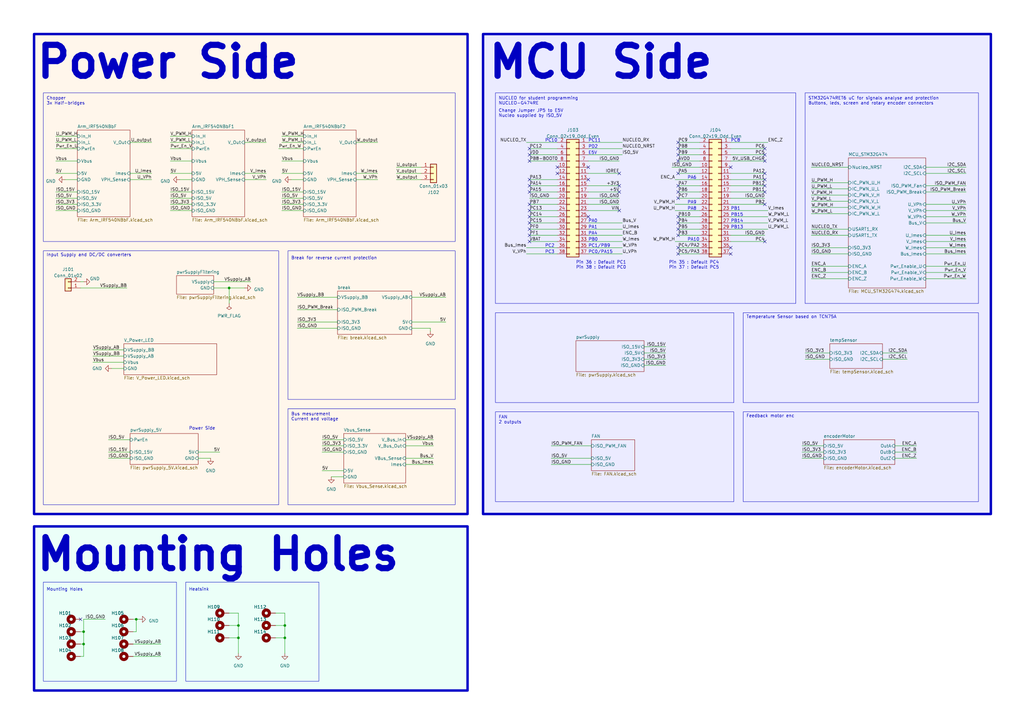
<source format=kicad_sch>
(kicad_sch (version 20250114) (generator "eeschema") (generator_version "9.0")
  (paper "A3")
  (title_block (title "AAP Inverter") (date "2023-10-08") (company "ENSEA"))
  (lib_symbols
    (symbol "Connector_Generic:Conn_01x02" (pin_names (offset 1.016) (hide yes))
      (property "Reference" "J" (at 0 2.54 0))
      (property "Value" "Conn_01x02" (at 0 -5.08 0))
      (symbol "Conn_01x02_1_1"
        (rectangle (start -1.27 1.27) (end 1.27 -3.81) (stroke (width 0.254)) (fill (type background)))
        (rectangle (start -1.27 0.127) (end 0 -0.127) (stroke (width 0.1524)))
        (rectangle (start -1.27 -2.413) (end 0 -2.667) (stroke (width 0.1524)))
        (pin passive line (at -5.08 0 0) (length 3.81) (name "Pin_1") (number "1"))
        (pin passive line (at -5.08 -2.54 0) (length 3.81) (name "Pin_2") (number "2"))
      )
    )
    (symbol "Connector_Generic:Conn_01x03" (pin_names (offset 1.016) (hide yes))
      (property "Reference" "J" (at 0 5.08 0))
      (property "Value" "Conn_01x03" (at 0 -5.08 0))
      (symbol "Conn_01x03_1_1"
        (rectangle (start -1.27 3.81) (end 1.27 -3.81) (stroke (width 0.254)) (fill (type background)))
        (rectangle (start -1.27 2.667) (end 0 2.413) (stroke (width 0.1524)))
        (rectangle (start -1.27 0.127) (end 0 -0.127) (stroke (width 0.1524)))
        (rectangle (start -1.27 -2.413) (end 0 -2.667) (stroke (width 0.1524)))
        (pin passive line (at -5.08 2.54 0) (length 3.81) (name "Pin_1") (number "1"))
        (pin passive line (at -5.08 0 0) (length 3.81) (name "Pin_2") (number "2"))
        (pin passive line (at -5.08 -2.54 0) (length 3.81) (name "Pin_3") (number "3"))
      )
    )
    (symbol "Connector_Generic:Conn_02x19_Odd_Even" (pin_names (offset 1.016) (hide yes))
      (property "Reference" "J" (at 1.27 25.4 0))
      (property "Value" "Conn_02x19_Odd_Even" (at 1.27 -25.4 0))
      (symbol "Conn_02x19_Odd_Even_1_1"
        (rectangle (start -1.27 24.13) (end 3.81 -24.13) (stroke (width 0.254)) (fill (type background)))
        (rectangle (start -1.27 22.987) (end 0 22.733) (stroke (width 0.1524)))
        (rectangle (start -1.27 20.447) (end 0 20.193) (stroke (width 0.1524)))
        (rectangle (start -1.27 17.907) (end 0 17.653) (stroke (width 0.1524)))
        (rectangle (start -1.27 15.367) (end 0 15.113) (stroke (width 0.1524)))
        (rectangle (start -1.27 12.827) (end 0 12.573) (stroke (width 0.1524)))
        (rectangle (start -1.27 10.287) (end 0 10.033) (stroke (width 0.1524)))
        (rectangle (start -1.27 7.747) (end 0 7.493) (stroke (width 0.1524)))
        (rectangle (start -1.27 5.207) (end 0 4.953) (stroke (width 0.1524)))
        (rectangle (start -1.27 2.667) (end 0 2.413) (stroke (width 0.1524)))
        (rectangle (start -1.27 0.127) (end 0 -0.127) (stroke (width 0.1524)))
        (rectangle (start -1.27 -2.413) (end 0 -2.667) (stroke (width 0.1524)))
        (rectangle (start -1.27 -4.953) (end 0 -5.207) (stroke (width 0.1524)))
        (rectangle (start -1.27 -7.493) (end 0 -7.747) (stroke (width 0.1524)))
        (rectangle (start -1.27 -10.033) (end 0 -10.287) (stroke (width 0.1524)))
        (rectangle (start -1.27 -12.573) (end 0 -12.827) (stroke (width 0.1524)))
        (rectangle (start -1.27 -15.113) (end 0 -15.367) (stroke (width 0.1524)))
        (rectangle (start -1.27 -17.653) (end 0 -17.907) (stroke (width 0.1524)))
        (rectangle (start -1.27 -20.193) (end 0 -20.447) (stroke (width 0.1524)))
        (rectangle (start -1.27 -22.733) (end 0 -22.987) (stroke (width 0.1524)))
        (rectangle (start 3.81 22.987) (end 2.54 22.733) (stroke (width 0.1524)))
        (rectangle (start 3.81 20.447) (end 2.54 20.193) (stroke (width 0.1524)))
        (rectangle (start 3.81 17.907) (end 2.54 17.653) (stroke (width 0.1524)))
        (rectangle (start 3.81 15.367) (end 2.54 15.113) (stroke (width 0.1524)))
        (rectangle (start 3.81 12.827) (end 2.54 12.573) (stroke (width 0.1524)))
        (rectangle (start 3.81 10.287) (end 2.54 10.033) (stroke (width 0.1524)))
        (rectangle (start 3.81 7.747) (end 2.54 7.493) (stroke (width 0.1524)))
        (rectangle (start 3.81 5.207) (end 2.54 4.953) (stroke (width 0.1524)))
        (rectangle (start 3.81 2.667) (end 2.54 2.413) (stroke (width 0.1524)))
        (rectangle (start 3.81 0.127) (end 2.54 -0.127) (stroke (width 0.1524)))
        (rectangle (start 3.81 -2.413) (end 2.54 -2.667) (stroke (width 0.1524)))
        (rectangle (start 3.81 -4.953) (end 2.54 -5.207) (stroke (width 0.1524)))
        (rectangle (start 3.81 -7.493) (end 2.54 -7.747) (stroke (width 0.1524)))
        (rectangle (start 3.81 -10.033) (end 2.54 -10.287) (stroke (width 0.1524)))
        (rectangle (start 3.81 -12.573) (end 2.54 -12.827) (stroke (width 0.1524)))
        (rectangle (start 3.81 -15.113) (end 2.54 -15.367) (stroke (width 0.1524)))
        (rectangle (start 3.81 -17.653) (end 2.54 -17.907) (stroke (width 0.1524)))
        (rectangle (start 3.81 -20.193) (end 2.54 -20.447) (stroke (width 0.1524)))
        (rectangle (start 3.81 -22.733) (end 2.54 -22.987) (stroke (width 0.1524)))
        (pin passive line (at -5.08 22.86 0) (length 3.81) (name "Pin_1") (number "1"))
        (pin passive line (at -5.08 20.32 0) (length 3.81) (name "Pin_3") (number "3"))
        (pin passive line (at -5.08 17.78 0) (length 3.81) (name "Pin_5") (number "5"))
        (pin passive line (at -5.08 15.24 0) (length 3.81) (name "Pin_7") (number "7"))
        (pin passive line (at -5.08 12.7 0) (length 3.81) (name "Pin_9") (number "9"))
        (pin passive line (at -5.08 10.16 0) (length 3.81) (name "Pin_11") (number "11"))
        (pin passive line (at -5.08 7.62 0) (length 3.81) (name "Pin_13") (number "13"))
        (pin passive line (at -5.08 5.08 0) (length 3.81) (name "Pin_15") (number "15"))
        (pin passive line (at -5.08 2.54 0) (length 3.81) (name "Pin_17") (number "17"))
        (pin passive line (at -5.08 0 0) (length 3.81) (name "Pin_19") (number "19"))
        (pin passive line (at -5.08 -2.54 0) (length 3.81) (name "Pin_21") (number "21"))
        (pin passive line (at -5.08 -5.08 0) (length 3.81) (name "Pin_23") (number "23"))
        (pin passive line (at -5.08 -7.62 0) (length 3.81) (name "Pin_25") (number "25"))
        (pin passive line (at -5.08 -10.16 0) (length 3.81) (name "Pin_27") (number "27"))
        (pin passive line (at -5.08 -12.7 0) (length 3.81) (name "Pin_29") (number "29"))
        (pin passive line (at -5.08 -15.24 0) (length 3.81) (name "Pin_31") (number "31"))
        (pin passive line (at -5.08 -17.78 0) (length 3.81) (name "Pin_33") (number "33"))
        (pin passive line (at -5.08 -20.32 0) (length 3.81) (name "Pin_35") (number "35"))
        (pin passive line (at -5.08 -22.86 0) (length 3.81) (name "Pin_37") (number "37"))
        (pin passive line (at 7.62 22.86 180) (length 3.81) (name "Pin_2") (number "2"))
        (pin passive line (at 7.62 20.32 180) (length 3.81) (name "Pin_4") (number "4"))
        (pin passive line (at 7.62 17.78 180) (length 3.81) (name "Pin_6") (number "6"))
        (pin passive line (at 7.62 15.24 180) (length 3.81) (name "Pin_8") (number "8"))
        (pin passive line (at 7.62 12.7 180) (length 3.81) (name "Pin_10") (number "10"))
        (pin passive line (at 7.62 10.16 180) (length 3.81) (name "Pin_12") (number "12"))
        (pin passive line (at 7.62 7.62 180) (length 3.81) (name "Pin_14") (number "14"))
        (pin passive line (at 7.62 5.08 180) (length 3.81) (name "Pin_16") (number "16"))
        (pin passive line (at 7.62 2.54 180) (length 3.81) (name "Pin_18") (number "18"))
        (pin passive line (at 7.62 0 180) (length 3.81) (name "Pin_20") (number "20"))
        (pin passive line (at 7.62 -2.54 180) (length 3.81) (name "Pin_22") (number "22"))
        (pin passive line (at 7.62 -5.08 180) (length 3.81) (name "Pin_24") (number "24"))
        (pin passive line (at 7.62 -7.62 180) (length 3.81) (name "Pin_26") (number "26"))
        (pin passive line (at 7.62 -10.16 180) (length 3.81) (name "Pin_28") (number "28"))
        (pin passive line (at 7.62 -12.7 180) (length 3.81) (name "Pin_30") (number "30"))
        (pin passive line (at 7.62 -15.24 180) (length 3.81) (name "Pin_32") (number "32"))
        (pin passive line (at 7.62 -17.78 180) (length 3.81) (name "Pin_34") (number "34"))
        (pin passive line (at 7.62 -20.32 180) (length 3.81) (name "Pin_36") (number "36"))
        (pin passive line (at 7.62 -22.86 180) (length 3.81) (name "Pin_38") (number "38"))
      )
    )
    (symbol "Mechanical:MountingHole_Pad" (pin_numbers (hide yes)) (pin_names (offset 1.016) (hide yes))
      (property "Reference" "H" (at 0 6.35 0))
      (property "Value" "MountingHole_Pad" (at 0 4.445 0))
      (symbol "MountingHole_Pad_0_1"
        (circle (center 0 1.27) (radius 1.27) (stroke (width 1.27)))
      )
      (symbol "MountingHole_Pad_1_1"
        (pin input line (at 0 -2.54 90) (length 2.54) (name "1") (number "1"))
      )
    )
    (symbol "power:GND" (power) (pin_names (offset 0))
      (property "Value" "GND" (at 0 -3.81 0))
      (symbol "GND_0_1"
        (polyline (pts (xy 0 0) (xy 0 -1.27) (xy 1.27 -1.27) (xy 0 -2.54) (xy -1.27 -1.27) (xy 0 -1.27)))
      )
      (symbol "GND_1_1"
        (pin power_in line (at 0 0 270) (length 0) (hide yes) (name "GND") (number "1"))
      )
    )
    (symbol "power:PWR_FLAG" (power) (pin_numbers (hide yes)) (pin_names (offset 0) (hide yes))
      (property "Value" "PWR_FLAG" (at 0 3.81 0))
      (symbol "PWR_FLAG_0_0"
        (pin power_out line (at 0 0 90) (length 0) (name "pwr") (number "1"))
      )
      (symbol "PWR_FLAG_0_1"
        (polyline (pts (xy 0 0) (xy 0 1.27) (xy -1.016 1.905) (xy 0 2.54) (xy 1.016 1.905) (xy 0 1.27)))
      )
    )
  )
  (rectangle (start 13.97 215.9) (end 191.77 283.21) (stroke (width 1)) (fill (type color) (color 235 255 248 1)))
  (rectangle (start 198.12 13.97) (end 406.4 210.82) (stroke (width 1)) (fill (type color) (color 235 235 255 1)))
  (rectangle (start 17.78 38.1) (end 186.69 99.06))
  (rectangle (start 17.78 102.87) (end 114.3 207.01))
  (rectangle (start 118.11 167.64) (end 186.69 207.01))
  (rectangle (start 330.2 38.1) (end 401.32 124.46))
  (rectangle (start 17.78 238.76) (end 72.39 279.4))
  (rectangle (start 203.2 128.27) (end 300.99 165.1))
  (rectangle (start 203.2 168.91) (end 300.99 205.74))
  (rectangle (start 76.2 238.76) (end 130.81 279.4))
  (rectangle (start 13.97 13.97) (end 191.77 210.82) (stroke (width 1)) (fill (type color) (color 255 246 235 1)))
  (rectangle (start 203.2 38.1) (end 326.39 124.46))
  (rectangle (start 304.8 168.91) (end 401.32 205.74))
  (rectangle (start 304.8 128.27) (end 401.32 165.1))
  (rectangle (start 118.11 102.87) (end 186.69 163.83))
  (text "PB14" (at 299.72 91.44 0) (effects (font (size 1.27 1.27)) (justify left bottom)))
  (text "PC10" (at 223.52 58.42 0) (effects (font (size 1.27 1.27)) (justify left bottom)))
  (text "Input Supply and DC/DC converters" (at 19.05 105.41 0) (effects (font (size 1.27 1.27)) (justify left bottom)))
  (text "Temperature Sensor based on TCN75A" (at 306.07 130.81 0) (effects (font (size 1.27 1.27)) (justify left bottom)))
  (text "PC3" (at 223.52 104.14 0) (effects (font (size 1.27 1.27)) (justify left bottom)))
  (text "PA8" (at 281.94 86.36 0) (effects (font (size 1.27 1.27)) (justify left bottom)))
  (text "Mounting Holes" (at 19.05 242.57 0) (effects (font (size 1.27 1.27)) (justify left bottom)))
  (text "PA4" (at 241.3 96.52 0) (effects (font (size 1.27 1.27)) (justify left bottom)))
  (text "NUCLEO for student programming\nNUCLEO-G474RE" (at 204.47 43.18 0) (effects (font (size 1.27 1.27)) (justify left bottom)))
  (text "Pin 35 : Default PC4\nPin 37 : Default PC5" (at 274.32 110.49 0) (effects (font (size 1.27 1.27)) (justify left bottom)))
  (text "PA10" (at 281.94 99.06 0) (effects (font (size 1.27 1.27)) (justify left bottom)))
  (text "STM32G474RET6 uC for signals analyse and protection\nButtons, leds, screen and rotary encoder connectors" (at 331.47 43.18 0) (effects (font (size 1.27 1.27)) (justify left bottom)))
  (text "Heatsink" (at 77.47 242.57 0) (effects (font (size 1.27 1.27)) (justify left bottom)))
  (text "Break for reverse current protection" (at 119.38 106.68 0) (effects (font (size 1.27 1.27)) (justify left bottom)))
  (text "PB13\n" (at 299.72 93.98 0) (effects (font (size 1.27 1.27)) (justify left bottom)))
  (text "Chopper \n3x Half-bridges" (at 19.05 43.18 0) (effects (font (size 1.27 1.27)) (justify left bottom)))
  (text "PA0" (at 241.3 91.44 0) (effects (font (size 1.27 1.27)) (justify left bottom)))
  (text "PC0/PA15" (at 241.3 104.14 0) (effects (font (size 1.27 1.27)) (justify left bottom)))
  (text "PD2" (at 241.3 60.96 0) (effects (font (size 1.27 1.27)) (justify left bottom)))
  (text "E5V" (at 241.3 63.5 0) (effects (font (size 1.27 1.27)) (justify left bottom)))
  (text "PB0" (at 241.3 99.06 0) (effects (font (size 1.27 1.27)) (justify left bottom)))
  (text "PA9" (at 281.94 83.82 0) (effects (font (size 1.27 1.27)) (justify left bottom)))
  (text "Power Side\n" (at 77.47 176.53 0) (effects (font (size 1.27 1.27)) (justify left bottom)))
  (text "Feedback motor enc" (at 306.07 171.45 0) (effects (font (size 1.27 1.27)) (justify left bottom)))
  (text "PA6" (at 281.94 73.66 0) (effects (font (size 1.27 1.27)) (justify left bottom)))
  (text "MCU Side" (at 199.39 33.02 0) (effects (font (size 12.7 12.7) (thickness 2.54) (bold yes)) (justify left bottom)))
  (text "PC11" (at 241.3 58.42 0) (effects (font (size 1.27 1.27)) (justify left bottom)))
  (text "FAN \n2 outputs" (at 204.47 173.99 0) (effects (font (size 1.27 1.27)) (justify left bottom)))
  (text "Mounting Holes" (at 13.97 234.95 0) (effects (font (size 12.7 12.7) (thickness 2.54) (bold yes)) (justify left bottom)))
  (text "PA1" (at 241.3 93.98 0) (effects (font (size 1.27 1.27)) (justify left bottom)))
  (text "Pin 36 : Default PC1\nPin 38 : Default PC0" (at 236.22 110.49 0) (effects (font (size 1.27 1.27)) (justify left bottom)))
  (text "PC1/PB9" (at 241.3 101.6 0) (effects (font (size 1.27 1.27)) (justify left bottom)))
  (text "PC8" (at 299.72 58.42 0) (effects (font (size 1.27 1.27)) (justify left bottom)))
  (text "Power Side" (at 13.97 33.02 0) (effects (font (size 12.7 12.7) (thickness 2.54) (bold yes)) (justify left bottom)))
  (text "PB1" (at 299.72 86.36 0) (effects (font (size 1.27 1.27)) (justify left bottom)))
  (text "PC2" (at 223.52 101.6 0) (effects (font (size 1.27 1.27)) (justify left bottom)))
  (text "Bus mesurement\nCurrent and voltage" (at 119.38 172.72 0) (effects (font (size 1.27 1.27)) (justify left bottom)))
  (text "PB15" (at 299.72 88.9 0) (effects (font (size 1.27 1.27)) (justify left bottom)))
  (text "Change Jumper JP5 to E5V\nNucleo supplied by ISO_5V" (at 204.47 48.26 0) (effects (font (size 1.27 1.27)) (justify left bottom)))
  (junction (at 116.84 256.54))
  (junction (at 55.88 254))
  (junction (at 116.84 261.62))
  (junction (at 97.79 261.62))
  (junction (at 34.29 264.16))
  (junction (at 97.79 256.54))
  (junction (at 34.29 259.08))
  (junction (at 93.98 118.11))
  (no_connect (at 217.17 66.04))
  (no_connect (at 241.3 88.9))
  (no_connect (at 313.69 60.96))
  (no_connect (at 313.69 76.2))
  (no_connect (at 278.13 96.52))
  (no_connect (at 33.02 254))
  (no_connect (at 278.13 58.42))
  (no_connect (at 278.13 93.98))
  (no_connect (at 299.72 104.14))
  (no_connect (at 278.13 91.44))
  (no_connect (at 313.69 71.12))
  (no_connect (at 254 86.36))
  (no_connect (at 228.6 68.58))
  (no_connect (at 254 71.12))
  (no_connect (at 313.69 63.5))
  (no_connect (at 313.69 83.82))
  (no_connect (at 278.13 66.04))
  (no_connect (at 241.3 73.66))
  (no_connect (at 228.6 71.12))
  (no_connect (at 217.17 86.36))
  (no_connect (at 313.69 78.74))
  (no_connect (at 254 76.2))
  (no_connect (at 313.69 73.66))
  (no_connect (at 278.13 101.6))
  (no_connect (at 278.13 76.2))
  (no_connect (at 217.17 93.98))
  (no_connect (at 217.17 60.96))
  (no_connect (at 217.17 63.5))
  (no_connect (at 299.72 68.58))
  (no_connect (at 278.13 60.96))
  (no_connect (at 278.13 63.5))
  (no_connect (at 217.17 96.52))
  (no_connect (at 217.17 99.06))
  (no_connect (at 217.17 88.9))
  (no_connect (at 217.17 91.44))
  (no_connect (at 278.13 78.74))
  (no_connect (at 278.13 88.9))
  (no_connect (at 313.69 66.04))
  (no_connect (at 278.13 71.12))
  (no_connect (at 241.3 68.58))
  (no_connect (at 299.72 101.6))
  (no_connect (at 217.17 78.74))
  (no_connect (at 254 78.74))
  (no_connect (at 217.17 76.2))
  (no_connect (at 278.13 104.14))
  (no_connect (at 313.69 99.06))
  (no_connect (at 217.17 83.82))
  (no_connect (at 278.13 81.28))
  (no_connect (at 217.17 73.66))
  (wire (pts (xy 299.72 66.04) (xy 313.69 66.04)))
  (wire (pts (xy 330.2 147.32) (xy 340.36 147.32)))
  (wire (pts (xy 278.13 96.52) (xy 287.02 96.52)))
  (wire (pts (xy 299.72 81.28) (xy 313.69 81.28)))
  (wire (pts (xy 299.72 86.36) (xy 314.96 86.36)))
  (wire (pts (xy 361.95 144.78) (xy 372.11 144.78)))
  (wire (pts (xy 69.85 86.36) (xy 78.74 86.36)))
  (wire (pts (xy 215.9 58.42) (xy 228.6 58.42)))
  (wire (pts (xy 299.72 83.82) (xy 313.69 83.82)))
  (wire (pts (xy 241.3 83.82) (xy 254 83.82)))
  (wire (pts (xy 226.06 187.96) (xy 242.57 187.96)))
  (wire (pts (xy 33.02 118.11) (xy 52.07 118.11)))
  (wire (pts (xy 379.73 78.74) (xy 396.24 78.74)))
  (wire (pts (xy 276.86 86.36) (xy 287.02 86.36)))
  (wire (pts (xy 69.85 81.28) (xy 78.74 81.28)))
  (wire (pts (xy 379.73 76.2) (xy 396.24 76.2)))
  (wire (pts (xy 116.84 251.46) (xy 113.03 251.46)))
  (wire (pts (xy 217.17 99.06) (xy 228.6 99.06)))
  (wire (pts (xy 93.98 256.54) (xy 97.79 256.54)))
  (wire (pts (xy 38.1 146.05) (xy 50.8 146.05)))
  (wire (pts (xy 226.06 190.5) (xy 242.57 190.5)))
  (wire (pts (xy 299.72 63.5) (xy 313.69 63.5)))
  (wire (pts (xy 22.86 86.36) (xy 31.75 86.36)))
  (wire (pts (xy 217.17 86.36) (xy 228.6 86.36)))
  (wire (pts (xy 69.85 55.88) (xy 78.74 55.88)))
  (wire (pts (xy 299.72 93.98) (xy 314.96 93.98)))
  (wire (pts (xy 45.72 151.13) (xy 50.8 151.13)))
  (wire (pts (xy 33.02 264.16) (xy 34.29 264.16)))
  (wire (pts (xy 241.3 99.06) (xy 255.27 99.06)))
  (wire (pts (xy 332.74 93.98) (xy 347.98 93.98)))
  (wire (pts (xy 66.04 264.16) (xy 54.61 264.16)))
  (wire (pts (xy 379.73 111.76) (xy 396.24 111.76)))
  (wire (pts (xy 330.2 144.78) (xy 340.36 144.78)))
  (wire (pts (xy 115.57 83.82) (xy 124.46 83.82)))
  (wire (pts (xy 332.74 114.3) (xy 347.98 114.3)))
  (wire (pts (xy 33.02 259.08) (xy 34.29 259.08)))
  (wire (pts (xy 241.3 78.74) (xy 254 78.74)))
  (wire (pts (xy 264.16 149.86) (xy 273.05 149.86)))
  (wire (pts (xy 140.97 185.42) (xy 132.08 185.42)))
  (wire (pts (xy 264.16 147.32) (xy 273.05 147.32)))
  (wire (pts (xy 22.86 81.28) (xy 31.75 81.28)))
  (wire (pts (xy 278.13 81.28) (xy 287.02 81.28)))
  (wire (pts (xy 140.97 180.34) (xy 132.08 180.34)))
  (wire (pts (xy 87.63 115.57) (xy 102.87 115.57)))
  (wire (pts (xy 140.97 195.58) (xy 135.89 195.58)))
  (wire (pts (xy 113.03 256.54) (xy 116.84 256.54)))
  (wire (pts (xy 217.17 60.96) (xy 228.6 60.96)))
  (wire (pts (xy 328.93 182.88) (xy 337.82 182.88)))
  (wire (pts (xy 217.17 88.9) (xy 228.6 88.9)))
  (wire (pts (xy 328.93 185.42) (xy 337.82 185.42)))
  (wire (pts (xy 278.13 101.6) (xy 287.02 101.6)))
  (wire (pts (xy 278.13 78.74) (xy 287.02 78.74)))
  (wire (pts (xy 55.88 254) (xy 57.15 254)))
  (wire (pts (xy 69.85 71.12) (xy 78.74 71.12)))
  (wire (pts (xy 162.56 71.12) (xy 172.72 71.12)))
  (wire (pts (xy 182.88 121.92) (xy 168.91 121.92)))
  (wire (pts (xy 132.08 182.88) (xy 140.97 182.88)))
  (wire (pts (xy 22.86 66.04) (xy 31.75 66.04)))
  (wire (pts (xy 332.74 74.93) (xy 347.98 74.93)))
  (wire (pts (xy 100.33 58.42) (xy 109.22 58.42)))
  (wire (pts (xy 69.85 83.82) (xy 78.74 83.82)))
  (wire (pts (xy 367.03 187.96) (xy 375.92 187.96)))
  (wire (pts (xy 278.13 93.98) (xy 287.02 93.98)))
  (wire (pts (xy 115.57 81.28) (xy 124.46 81.28)))
  (wire (pts (xy 278.13 63.5) (xy 287.02 63.5)))
  (wire (pts (xy 241.3 76.2) (xy 254 76.2)))
  (wire (pts (xy 140.97 193.04) (xy 132.08 193.04)))
  (wire (pts (xy 332.74 109.22) (xy 347.98 109.22)))
  (wire (pts (xy 278.13 88.9) (xy 287.02 88.9)))
  (wire (pts (xy 379.73 91.44) (xy 396.24 91.44)))
  (wire (pts (xy 299.72 78.74) (xy 313.69 78.74)))
  (wire (pts (xy 53.34 58.42) (xy 62.23 58.42)))
  (wire (pts (xy 241.3 60.96) (xy 255.27 60.96)))
  (wire (pts (xy 121.92 132.08) (xy 138.43 132.08)))
  (wire (pts (xy 367.03 182.88) (xy 375.92 182.88)))
  (wire (pts (xy 278.13 104.14) (xy 287.02 104.14)))
  (wire (pts (xy 299.72 71.12) (xy 313.69 71.12)))
  (wire (pts (xy 166.37 182.88) (xy 177.8 182.88)))
  (wire (pts (xy 100.33 71.12) (xy 109.22 71.12)))
  (wire (pts (xy 217.17 76.2) (xy 228.6 76.2)))
  (wire (pts (xy 115.57 66.04) (xy 124.46 66.04)))
  (wire (pts (xy 38.1 148.59) (xy 50.8 148.59)))
  (wire (pts (xy 332.74 87.63) (xy 347.98 87.63)))
  (wire (pts (xy 275.59 68.58) (xy 287.02 68.58)))
  (wire (pts (xy 44.45 187.96) (xy 53.34 187.96)))
  (wire (pts (xy 299.72 96.52) (xy 313.69 96.52)))
  (wire (pts (xy 115.57 55.88) (xy 124.46 55.88)))
  (wire (pts (xy 241.3 66.04) (xy 254 66.04)))
  (wire (pts (xy 115.57 58.42) (xy 124.46 58.42)))
  (wire (pts (xy 299.72 76.2) (xy 313.69 76.2)))
  (wire (pts (xy 166.37 190.5) (xy 177.8 190.5)))
  (wire (pts (xy 332.74 85.09) (xy 347.98 85.09)))
  (wire (pts (xy 328.93 187.96) (xy 337.82 187.96)))
  (wire (pts (xy 217.17 91.44) (xy 228.6 91.44)))
  (wire (pts (xy 166.37 180.34) (xy 177.8 180.34)))
  (wire (pts (xy 114.3 60.96) (xy 124.46 60.96)))
  (wire (pts (xy 278.13 71.12) (xy 287.02 71.12)))
  (wire (pts (xy 22.86 55.88) (xy 31.75 55.88)))
  (wire (pts (xy 146.05 58.42) (xy 154.94 58.42)))
  (wire (pts (xy 379.73 99.06) (xy 396.24 99.06)))
  (wire (pts (xy 22.86 71.12) (xy 31.75 71.12)))
  (wire (pts (xy 26.67 73.66) (xy 31.75 73.66)))
  (wire (pts (xy 66.04 269.24) (xy 54.61 269.24)))
  (wire (pts (xy 241.3 96.52) (xy 255.27 96.52)))
  (wire (pts (xy 34.29 254) (xy 43.18 254)))
  (wire (pts (xy 116.84 261.62) (xy 116.84 256.54)))
  (wire (pts (xy 115.57 78.74) (xy 124.46 78.74)))
  (wire (pts (xy 22.86 58.42) (xy 31.75 58.42)))
  (wire (pts (xy 278.13 66.04) (xy 287.02 66.04)))
  (wire (pts (xy 176.53 134.62) (xy 176.53 135.89)))
  (wire (pts (xy 217.17 63.5) (xy 228.6 63.5)))
  (wire (pts (xy 93.98 118.11) (xy 100.33 118.11)))
  (wire (pts (xy 162.56 73.66) (xy 172.72 73.66)))
  (wire (pts (xy 276.86 73.66) (xy 287.02 73.66)))
  (wire (pts (xy 379.73 68.58) (xy 396.24 68.58)))
  (wire (pts (xy 53.34 71.12) (xy 62.23 71.12)))
  (wire (pts (xy 367.03 185.42) (xy 375.92 185.42)))
  (wire (pts (xy 100.33 73.66) (xy 109.22 73.66)))
  (wire (pts (xy 278.13 60.96) (xy 287.02 60.96)))
  (wire (pts (xy 69.85 66.04) (xy 78.74 66.04)))
  (wire (pts (xy 168.91 134.62) (xy 176.53 134.62)))
  (wire (pts (xy 299.72 60.96) (xy 313.69 60.96)))
  (wire (pts (xy 115.57 86.36) (xy 124.46 86.36)))
  (wire (pts (xy 69.85 60.96) (xy 78.74 60.96)))
  (wire (pts (xy 379.73 114.3) (xy 396.24 114.3)))
  (wire (pts (xy 115.57 71.12) (xy 124.46 71.12)))
  (wire (pts (xy 379.73 96.52) (xy 396.24 96.52)))
  (wire (pts (xy 264.16 144.78) (xy 273.05 144.78)))
  (wire (pts (xy 168.91 132.08) (xy 182.88 132.08)))
  (wire (pts (xy 241.3 93.98) (xy 255.27 93.98)))
  (wire (pts (xy 264.16 142.24) (xy 273.05 142.24)))
  (wire (pts (xy 116.84 267.97) (xy 116.84 261.62)))
  (wire (pts (xy 276.86 99.06) (xy 287.02 99.06)))
  (wire (pts (xy 53.34 73.66) (xy 62.23 73.66)))
  (wire (pts (xy 379.73 83.82) (xy 396.24 83.82)))
  (wire (pts (xy 379.73 86.36) (xy 396.24 86.36)))
  (wire (pts (xy 241.3 104.14) (xy 255.27 104.14)))
  (wire (pts (xy 361.95 147.32) (xy 372.11 147.32)))
  (wire (pts (xy 217.17 81.28) (xy 228.6 81.28)))
  (wire (pts (xy 299.72 88.9) (xy 314.96 88.9)))
  (wire (pts (xy 38.1 143.51) (xy 50.8 143.51)))
  (wire (pts (xy 54.61 259.08) (xy 55.88 259.08)))
  (wire (pts (xy 332.74 96.52) (xy 347.98 96.52)))
  (wire (pts (xy 113.03 261.62) (xy 116.84 261.62)))
  (wire (pts (xy 34.29 254) (xy 34.29 259.08)))
  (wire (pts (xy 97.79 261.62) (xy 97.79 256.54)))
  (wire (pts (xy 97.79 267.97) (xy 97.79 261.62)))
  (wire (pts (xy 81.28 187.96) (xy 86.36 187.96)))
  (wire (pts (xy 379.73 104.14) (xy 396.24 104.14)))
  (wire (pts (xy 69.85 58.42) (xy 78.74 58.42)))
  (wire (pts (xy 146.05 71.12) (xy 154.94 71.12)))
  (wire (pts (xy 278.13 58.42) (xy 287.02 58.42)))
  (wire (pts (xy 332.74 68.58) (xy 347.98 68.58)))
  (wire (pts (xy 93.98 124.46) (xy 93.98 118.11)))
  (wire (pts (xy 379.73 88.9) (xy 396.24 88.9)))
  (wire (pts (xy 73.66 73.66) (xy 78.74 73.66)))
  (wire (pts (xy 44.45 185.42) (xy 53.34 185.42)))
  (wire (pts (xy 241.3 91.44) (xy 255.27 91.44)))
  (wire (pts (xy 299.72 91.44) (xy 314.96 91.44)))
  (wire (pts (xy 332.74 111.76) (xy 347.98 111.76)))
  (wire (pts (xy 241.3 63.5) (xy 255.27 63.5)))
  (wire (pts (xy 54.61 254) (xy 55.88 254)))
  (wire (pts (xy 166.37 187.96) (xy 177.8 187.96)))
  (wire (pts (xy 217.17 66.04) (xy 228.6 66.04)))
  (wire (pts (xy 121.92 127) (xy 138.43 127)))
  (wire (pts (xy 215.9 104.14) (xy 228.6 104.14)))
  (wire (pts (xy 379.73 71.12) (xy 396.24 71.12)))
  (wire (pts (xy 22.86 60.96) (xy 31.75 60.96)))
  (wire (pts (xy 116.84 256.54) (xy 116.84 251.46)))
  (wire (pts (xy 241.3 81.28) (xy 254 81.28)))
  (wire (pts (xy 332.74 77.47) (xy 347.98 77.47)))
  (wire (pts (xy 217.17 93.98) (xy 228.6 93.98)))
  (wire (pts (xy 241.3 71.12) (xy 254 71.12)))
  (wire (pts (xy 121.92 121.92) (xy 138.43 121.92)))
  (wire (pts (xy 299.72 58.42) (xy 314.96 58.42)))
  (wire (pts (xy 97.79 256.54) (xy 97.79 251.46)))
  (wire (pts (xy 217.17 78.74) (xy 228.6 78.74)))
  (wire (pts (xy 226.06 182.88) (xy 242.57 182.88)))
  (wire (pts (xy 215.9 101.6) (xy 228.6 101.6)))
  (wire (pts (xy 22.86 83.82) (xy 31.75 83.82)))
  (wire (pts (xy 332.74 101.6) (xy 347.98 101.6)))
  (wire (pts (xy 44.45 180.34) (xy 53.34 180.34)))
  (wire (pts (xy 162.56 68.58) (xy 172.72 68.58)))
  (wire (pts (xy 332.74 104.14) (xy 347.98 104.14)))
  (wire (pts (xy 278.13 91.44) (xy 287.02 91.44)))
  (wire (pts (xy 22.86 78.74) (xy 31.75 78.74)))
  (wire (pts (xy 81.28 185.42) (xy 90.17 185.42)))
  (wire (pts (xy 332.74 80.01) (xy 347.98 80.01)))
  (wire (pts (xy 241.3 86.36) (xy 254 86.36)))
  (wire (pts (xy 278.13 76.2) (xy 287.02 76.2)))
  (wire (pts (xy 379.73 109.22) (xy 396.24 109.22)))
  (wire (pts (xy 276.86 83.82) (xy 287.02 83.82)))
  (wire (pts (xy 121.92 134.62) (xy 138.43 134.62)))
  (wire (pts (xy 299.72 99.06) (xy 313.69 99.06)))
  (wire (pts (xy 69.85 78.74) (xy 78.74 78.74)))
  (wire (pts (xy 241.3 101.6) (xy 255.27 101.6)))
  (wire (pts (xy 34.29 264.16) (xy 34.29 269.24)))
  (wire (pts (xy 299.72 73.66) (xy 313.69 73.66)))
  (wire (pts (xy 55.88 254) (xy 55.88 259.08)))
  (wire (pts (xy 217.17 96.52) (xy 228.6 96.52)))
  (wire (pts (xy 93.98 261.62) (xy 97.79 261.62)))
  (wire (pts (xy 33.02 269.24) (xy 34.29 269.24)))
  (wire (pts (xy 97.79 251.46) (xy 93.98 251.46)))
  (wire (pts (xy 34.29 259.08) (xy 34.29 264.16)))
  (wire (pts (xy 379.73 101.6) (xy 396.24 101.6)))
  (wire (pts (xy 217.17 73.66) (xy 228.6 73.66)))
  (wire (pts (xy 119.38 73.66) (xy 124.46 73.66)))
  (wire (pts (xy 146.05 73.66) (xy 154.94 73.66)))
  (wire (pts (xy 332.74 82.55) (xy 347.98 82.55)))
  (wire (pts (xy 33.02 115.57) (xy 34.29 115.57)))
  (wire (pts (xy 241.3 58.42) (xy 255.27 58.42)))
  (wire (pts (xy 217.17 83.82) (xy 228.6 83.82)))
  (wire (pts (xy 87.63 118.11) (xy 93.98 118.11)))
  (label "VDD" (at 217.17 63.5 0))
  (label "U_PWM_H" (at 22.86 55.88 0))
  (label "IOREF" (at 254 71.12 180))
  (label "PB11" (at 313.69 78.74 180))
  (label "ISO_GND" (at 330.2 147.32 0))
  (label "PC12" (at 217.17 60.96 0))
  (label "Pwr_En_V" (at 69.85 60.96 0))
  (label "V_PWM_L" (at 69.85 58.42 0))
  (label "PC4{slash}PA2" (at 278.13 101.6 0))
  (label "W_PWM_L" (at 314.96 88.9 0))
  (label "V_PWM_L" (at 332.74 82.55 0))
  (label "Vbus" (at 22.86 66.04 0))
  (label "W_PWM_H" (at 115.57 55.88 0))
  (label "ISO_3V3" (at 332.74 101.6 0))
  (label "ENC_A" (at 375.92 182.88 180))
  (label "VSupply_AB" (at 177.8 180.34 180))
  (label "PB9" (at 278.13 63.5 0))
  (label "PB12" (at 313.69 76.2 180))
  (label "ISO_GND" (at 226.06 190.5 0))
  (label "+5V" (at 254 78.74 180))
  (label "ISO_5V" (at 132.08 180.34 0))
  (label "V_PWM_H" (at 276.86 83.82 180))
  (label "Bus_V" (at 177.8 187.96 180))
  (label "ISO_3V3" (at 69.85 83.82 0))
  (label "W_VPh" (at 154.94 73.66 180))
  (label "ISO_GND" (at 328.93 187.96 0))
  (label "ISO_GND" (at 254 66.04 180))
  (label "Bus_V" (at 396.24 91.44 180))
  (label "PA12" (at 313.69 71.12 180))
  (label "ENC_B" (at 375.92 185.42 180))
  (label "W_PWM_H" (at 332.74 85.09 0))
  (label "W_Imes" (at 396.24 101.6 180))
  (label "W_output" (at 162.56 73.66 0))
  (label "ISO_GND" (at 254 83.82 180))
  (label "PA15" (at 217.17 78.74 0))
  (label "PB3" (at 278.13 96.52 0))
  (label "W_Imes" (at 154.94 71.12 180))
  (label "U_VPh" (at 396.24 83.82 180))
  (label "ENC_Z" (at 314.96 58.42 0))
  (label "Vbus" (at 115.57 66.04 0))
  (label "VIN" (at 254 86.36 180))
  (label "5V_USB_CHGR" (at 313.69 66.04 180))
  (label "VSupply_AB" (at 102.87 115.57 180))
  (label "U_output" (at 62.23 58.42 180))
  (label "NUCLEO_NRST" (at 332.74 68.58 0))
  (label "ISO_3V3" (at 132.08 182.88 0))
  (label "PC15" (at 217.17 91.44 0))
  (label "ENC_B" (at 332.74 111.76 0))
  (label "Pwr_En_W" (at 114.3 60.96 0))
  (label "ISO_GND" (at 132.08 185.42 0))
  (label "W_VPh" (at 255.27 101.6 0))
  (label "ISO_3V3" (at 22.86 83.82 0))
  (label "ISO_5V" (at 44.45 180.34 0))
  (label "AVDD" (at 278.13 66.04 0))
  (label "U_output" (at 162.56 68.58 0))
  (label "U_Imes" (at 396.24 96.52 180))
  (label "W_Imes" (at 255.27 99.06 0))
  (label "VSupply_AB" (at 66.04 269.24 180))
  (label "NUCLEO_TX" (at 215.9 58.42 180))
  (label "ISO_PWM_Break" (at 396.24 78.74 180))
  (label "PC5{slash}PA3" (at 278.13 104.14 0))
  (label "PB6" (at 278.13 78.74 0))
  (label "W_output" (at 154.94 58.42 180))
  (label "NUCLEO_NRST" (at 255.27 60.96 0))
  (label "PB2" (at 313.69 83.82 180))
  (label "ENC_Z" (at 375.92 187.96 180))
  (label "PC14" (at 217.17 88.9 0))
  (label "U_PWM_L" (at 314.96 93.98 0))
  (label "I2C_SCL" (at 372.11 147.32 180))
  (label "+3V3" (at 254 76.2 180))
  (label "5V" (at 115.57 71.12 0))
  (label "V_Imes" (at 396.24 99.06 180))
  (label "VSupply_BB" (at 52.07 118.11 180))
  (label "ISO_5V" (at 115.57 81.28 0))
  (label "ISO_15V" (at 115.57 78.74 0))
  (label "U_Imes" (at 62.23 71.12 180))
  (label "ISO_PWM_FAN" (at 226.06 182.88 0))
  (label "NUCLEO_RX" (at 332.74 96.52 0))
  (label "ISO_15V" (at 22.86 78.74 0))
  (label "ISO_GND" (at 22.86 86.36 0))
  (label "V_Imes" (at 314.96 86.36 0))
  (label "I2C_SDA" (at 396.24 68.58 180))
  (label "PF1" (at 217.17 96.52 0))
  (label "5V" (at 22.86 71.12 0))
  (label "V_Imes" (at 109.22 71.12 180))
  (label "PF0" (at 217.17 93.98 0))
  (label "V_output" (at 162.56 71.12 0))
  (label "PB5" (at 278.13 93.98 0))
  (label "U_VPh" (at 62.23 73.66 180))
  (label "ISO_5V" (at 69.85 81.28 0))
  (label "PC13" (at 217.17 86.36 0))
  (label "Pwr_En_V" (at 396.24 111.76 180))
  (label "ISO_GND" (at 332.74 104.14 0))
  (label "V_PWM_H" (at 332.74 80.01 0))
  (label "Pwr_En_U" (at 396.24 109.22 180))
  (label "Vbus" (at 38.1 148.59 0))
  (label "ISO_GND" (at 217.17 81.28 0))
  (label "PA14" (at 217.17 76.2 0))
  (label "ISO_PWM_Break" (at 121.92 127 0))
  (label "NUCLEO_RX" (at 255.27 58.42 0))
  (label "PA11" (at 313.69 73.66 180))
  (label "V_VPh" (at 215.9 104.14 180))
  (label "ISO_3V3" (at 121.92 132.08 0))
  (label "Vbus" (at 177.8 182.88 180))
  (label "PB8-BOOT0" (at 217.17 66.04 0))
  (label "I2C_SDA" (at 372.11 144.78 180))
  (label "PC5" (at 313.69 63.5 180))
  (label "ISO_5V" (at 273.05 144.78 180))
  (label "ISO_GND" (at 121.92 134.62 0))
  (label "ISO_3V3" (at 330.2 144.78 0))
  (label "PB4" (at 278.13 91.44 0))
  (label "PC7" (at 278.13 81.28 0))
  (label "ISO_GND" (at 44.45 187.96 0))
  (label "W_VPh" (at 396.24 88.9 180))
  (label "5V" (at 90.17 185.42 180))
  (label "U_PWM_L" (at 22.86 58.42 0))
  (label "ISO_GND" (at 254 81.28 180))
  (label "ISO_PWM_FAN" (at 396.24 76.2 180))
  (label "PC6" (at 313.69 60.96 180))
  (label "ENC_A" (at 276.86 73.66 180))
  (label "ENC_Z" (at 332.74 114.3 0))
  (label "W_PWM_L" (at 332.74 87.63 0))
  (label "VSupply_BB" (at 121.92 121.92 0))
  (label "U_Imes" (at 255.27 93.98 0))
  (label "VBAT" (at 217.17 99.06 0))
  (label "Bus_Imes" (at 177.8 190.5 180))
  (label "ISO_5V" (at 22.86 81.28 0))
  (label "ISO_GND" (at 275.59 68.58 0))
  (label "ISO_GND" (at 115.57 86.36 0))
  (label "5V" (at 69.85 71.12 0))
  (label "W_PWM_L" (at 115.57 58.42 0))
  (label "PB8" (at 278.13 60.96 0))
  (label "PC9" (at 278.13 58.42 0))
  (label "ENC_B" (at 255.27 96.52 0))
  (label "U_VPh" (at 255.27 104.14 0))
  (label "5V" (at 132.08 193.04 0))
  (label "V_PWM_L" (at 314.96 91.44 0))
  (label "ISO_3V3" (at 115.57 83.82 0))
  (label "Pwr_En_W" (at 396.24 114.3 180))
  (label "ENC_A" (at 332.74 109.22 0))
  (label "Bus_Imes" (at 396.24 104.14 180))
  (label "NUCLEO_TX" (at 332.74 93.98 0))
  (label "ISO_15V" (at 273.05 142.24 180))
  (label "U_PWM_H" (at 276.86 86.36 180))
  (label "PC4" (at 313.69 99.06 180))
  (label "ISO_5V" (at 226.06 187.96 0))
  (label "Bus_Imes" (at 215.9 101.6 180))
  (label "ISO_5V" (at 328.93 182.88 0))
  (label "Pwr_En_U" (at 22.86 60.96 0))
  (label "ISO_3V3" (at 328.93 185.42 0))
  (label "5V" (at 182.88 132.08 180))
  (label "U_PWM_H" (at 332.74 74.93 0))
  (label "ISO_GND" (at 69.85 86.36 0))
  (label "Vbus" (at 69.85 66.04 0))
  (label "PA5" (at 278.13 71.12 0))
  (label "ISO_GND" (at 273.05 149.86 180))
  (label "I2C_SCL" (at 396.24 71.12 180))
  (label "V_output" (at 109.22 58.42 180))
  (label "V_VPh" (at 109.22 73.66 180))
  (label "PB7" (at 217.17 83.82 0))
  (label "PB10" (at 278.13 88.9 0))
  (label "V_VPh" (at 396.24 86.36 180))
  (label "ISO_GND" (at 313.69 96.52 180))
  (label "Bus_V" (at 255.27 91.44 0))
  (label "ISO_GND" (at 313.69 81.28 180))
  (label "VSupply_AB" (at 38.1 143.51 0))
  (label "VSupply_AB" (at 66.04 264.16 180))
  (label "ISO_5V" (at 255.27 63.5 0))
  (label "ISO_3V3" (at 273.05 147.32 180))
  (label "U_PWM_L" (at 332.74 77.47 0))
  (label "ISO_15V" (at 69.85 78.74 0))
  (label "W_PWM_H" (at 276.86 99.06 180))
  (label "VSupply_BB" (at 38.1 146.05 0))
  (label "PA7" (at 278.13 76.2 0))
  (label "V_PWM_H" (at 69.85 55.88 0))
  (label "PA13" (at 217.17 73.66 0))
  (label "VSupply_AB" (at 182.88 121.92 180))
  (label "ISO_15V" (at 44.45 185.42 0))
  (label "ISO_GND" (at 43.18 254 180))
  (symbol (lib_id "Connector_Generic:Conn_01x03") (at 177.8 71.12 0) (unit 1)
    (property "Reference" "J102" (at 177.8 78.8859 0))
    (property "Value" "Conn_01x03" (at 177.8 76.3459 0))
    (property "Footprint" "Custom:691311500103" (effects (hide yes)))
    (property "Datasheet" "https://www.we-online.com/components/products/datasheet/691311500103.pdf" (effects (hide yes)))
    (property "MFR" "691 311 700 103" (effects (hide yes)))
    (property "Fournisseur" "Wurth" (effects (hide yes)))
  )
  (symbol (lib_id "Mechanical:MountingHole_Pad") (at 110.49 256.54 90) (unit 1)
    (property "Reference" "H113" (at 106.68 254 90))
    (property "Value" "MountingHole_Pad" (effects (hide yes)))
    (property "Footprint" "MountingHole:MountingHole_3.2mm_M3_Pad_Via" (effects (hide yes)))
    (property "MFR" "-" (effects (hide yes)))
  )
  (symbol (lib_id "power:GND") (at 45.72 151.13 270) (unit 1)
    (property "Reference" "#PWR0103" (effects (hide yes)))
    (property "Value" "GND" (at 41.91 151.13 90) (effects (justify right)))
  )
  (symbol (lib_id "Mechanical:MountingHole_Pad") (at 91.44 251.46 90) (unit 1)
    (property "Reference" "H109" (at 87.63 248.92 90))
    (property "Value" "MountingHole_Pad" (effects (hide yes)))
    (property "Footprint" "MountingHole:MountingHole_3.2mm_M3_Pad_Via" (effects (hide yes)))
    (property "MFR" "-" (effects (hide yes)))
  )
  (symbol (lib_id "Mechanical:MountingHole_Pad") (at 91.44 261.62 90) (unit 1)
    (property "Reference" "H111" (at 87.63 259.08 90))
    (property "Value" "MountingHole_Pad" (effects (hide yes)))
    (property "Footprint" "MountingHole:MountingHole_3.2mm_M3_Pad_Via" (effects (hide yes)))
    (property "MFR" "-" (effects (hide yes)))
  )
  (symbol (lib_id "power:GND") (at 26.67 73.66 270) (unit 1)
    (property "Reference" "#PWR0101" (effects (hide yes)))
    (property "Value" "GND" (at 22.86 74.295 90) (effects (justify right)))
  )
  (symbol (lib_id "power:GND") (at 176.53 135.89 0) (unit 1)
    (property "Reference" "#PWR0112" (effects (hide yes)))
    (property "Value" "GND" (at 176.53 140.97 0))
  )
  (symbol (lib_id "Mechanical:MountingHole_Pad") (at 52.07 269.24 90) (unit 1)
    (property "Reference" "H108" (at 48.26 266.7 90))
    (property "Value" "MountingHole_Pad" (effects (hide yes)))
    (property "Footprint" "MountingHole:MountingHole_3.2mm_M3_Pad_Via" (effects (hide yes)))
    (property "MFR" "-" (effects (hide yes)))
  )
  (symbol (lib_id "Mechanical:MountingHole_Pad") (at 52.07 259.08 90) (unit 1)
    (property "Reference" "H106" (at 48.26 256.54 90))
    (property "Value" "MountingHole_Pad" (effects (hide yes)))
    (property "Footprint" "MountingHole:MountingHole_3.2mm_M3_Pad_Via" (effects (hide yes)))
    (property "MFR" "-" (effects (hide yes)))
  )
  (symbol (lib_id "Connector_Generic:Conn_02x19_Odd_Even") (at 294.64 81.28 0) (mirror y) (unit 1)
    (property "Reference" "J104" (at 293.37 53.34 0))
    (property "Value" "Conn_02x19_Odd_Even" (at 293.37 55.88 0))
    (property "Footprint" "Connector_PinSocket_2.54mm:PinSocket_2x19_P2.54mm_Vertical" (effects (hide yes)))
    (property "Fournisseur" "Farnell" (effects (hide yes)))
    (property "MFR" "SSW-119-01-T-D" (effects (hide yes)))
    (property "Ref" "2667437" (effects (hide yes)))
  )
  (symbol (lib_id "power:GND") (at 97.79 267.97 0) (unit 1)
    (property "Reference" "#PWR0107" (effects (hide yes)))
    (property "Value" "GND" (at 97.79 273.05 0))
  )
  (symbol (lib_id "power:GND") (at 135.89 195.58 0) (unit 1)
    (property "Reference" "#PWR0111" (effects (hide yes)))
    (property "Value" "GND" (at 135.89 200.66 0))
  )
  (symbol (lib_id "power:GND") (at 119.38 73.66 270) (unit 1)
    (property "Reference" "#PWR0110" (effects (hide yes)))
    (property "Value" "GND" (at 115.57 74.295 90) (effects (justify right)))
  )
  (symbol (lib_id "power:GND") (at 86.36 187.96 0) (unit 1)
    (property "Reference" "#PWR0106" (effects (hide yes)))
    (property "Value" "GND" (at 86.36 193.04 0))
  )
  (symbol (lib_id "power:PWR_FLAG") (at 93.98 124.46 180) (unit 1)
    (property "Reference" "#FLG0101" (effects (hide yes)))
    (property "Value" "PWR_FLAG" (at 93.98 129.54 0))
  )
  (symbol (lib_id "power:GND") (at 116.84 267.97 0) (unit 1)
    (property "Reference" "#PWR0109" (effects (hide yes)))
    (property "Value" "GND" (at 116.84 273.05 0))
  )
  (symbol (lib_id "Mechanical:MountingHole_Pad") (at 30.48 269.24 90) (unit 1)
    (property "Reference" "H104" (at 26.67 266.7 90))
    (property "Value" "MountingHole_Pad" (effects (hide yes)))
    (property "Footprint" "MountingHole:MountingHole_3.2mm_M3_Pad_Via" (effects (hide yes)))
    (property "MFR" "-" (effects (hide yes)))
  )
  (symbol (lib_id "power:GND") (at 100.33 118.11 90) (unit 1)
    (property "Reference" "#PWR0108" (effects (hide yes)))
    (property "Value" "GND" (at 104.14 118.745 90) (effects (justify right)))
  )
  (symbol (lib_id "Mechanical:MountingHole_Pad") (at 30.48 254 90) (unit 1)
    (property "Reference" "H101" (at 26.67 251.46 90))
    (property "Value" "MountingHole_Pad" (effects (hide yes)))
    (property "Footprint" "MountingHole:MountingHole_3.2mm_M3_Pad_Via" (effects (hide yes)))
    (property "MFR" "-" (effects (hide yes)))
  )
  (symbol (lib_id "Connector_Generic:Conn_02x19_Odd_Even") (at 236.22 81.28 0) (mirror y) (unit 1)
    (property "Reference" "J103" (at 234.95 53.34 0))
    (property "Value" "Conn_02x19_Odd_Even" (at 234.95 55.88 0))
    (property "Footprint" "Connector_PinSocket_2.54mm:PinSocket_2x19_P2.54mm_Vertical" (effects (hide yes)))
    (property "Fournisseur" "Farnell" (effects (hide yes)))
    (property "MFR" "SSW-119-01-T-D" (effects (hide yes)))
    (property "Ref" "2667437" (effects (hide yes)))
  )
  (symbol (lib_id "Mechanical:MountingHole_Pad") (at 91.44 256.54 90) (unit 1)
    (property "Reference" "H110" (at 87.63 254 90))
    (property "Value" "MountingHole_Pad" (effects (hide yes)))
    (property "Footprint" "MountingHole:MountingHole_3.2mm_M3_Pad_Via" (effects (hide yes)))
    (property "MFR" "-" (effects (hide yes)))
  )
  (symbol (lib_id "power:GND") (at 34.29 115.57 90) (unit 1)
    (property "Reference" "#PWR0102" (effects (hide yes)))
    (property "Value" "GND" (at 36.83 114.3 90) (effects (justify right)))
  )
  (symbol (lib_id "Mechanical:MountingHole_Pad") (at 30.48 259.08 90) (unit 1)
    (property "Reference" "H102" (at 26.67 256.54 90))
    (property "Value" "MountingHole_Pad" (effects (hide yes)))
    (property "Footprint" "MountingHole:MountingHole_3.2mm_M3_Pad_Via" (effects (hide yes)))
    (property "MFR" "-" (effects (hide yes)))
  )
  (symbol (lib_id "Mechanical:MountingHole_Pad") (at 110.49 251.46 90) (unit 1)
    (property "Reference" "H112" (at 106.68 248.92 90))
    (property "Value" "MountingHole_Pad" (effects (hide yes)))
    (property "Footprint" "MountingHole:MountingHole_3.2mm_M3_Pad_Via" (effects (hide yes)))
    (property "MFR" "-" (effects (hide yes)))
  )
  (symbol (lib_id "power:GND") (at 57.15 254 90) (unit 1)
    (property "Reference" "#PWR0104" (effects (hide yes)))
    (property "Value" "GND" (at 60.96 254.635 90) (effects (justify right)))
  )
  (symbol (lib_id "Connector_Generic:Conn_01x02") (at 27.94 118.11 180) (unit 1)
    (property "Reference" "J101" (at 27.94 110.49 0))
    (property "Value" "Conn_01x02" (at 27.94 113.03 0))
    (property "Footprint" "Custom:691311500102" (effects (hide yes)))
    (property "Datasheet" "https://www.we-online.com/components/products/datasheet/691311500102.pdf" (effects (hide yes)))
    (property "MFR" "691 311 700 102" (effects (hide yes)))
    (property "Fournisseur" "Wurth" (effects (hide yes)))
  )
  (symbol (lib_id "Mechanical:MountingHole_Pad") (at 110.49 261.62 90) (unit 1)
    (property "Reference" "H114" (at 106.68 259.08 90))
    (property "Value" "MountingHole_Pad" (effects (hide yes)))
    (property "Footprint" "MountingHole:MountingHole_3.2mm_M3_Pad_Via" (effects (hide yes)))
    (property "MFR" "-" (effects (hide yes)))
  )
  (symbol (lib_id "power:GND") (at 73.66 73.66 270) (unit 1)
    (property "Reference" "#PWR0105" (effects (hide yes)))
    (property "Value" "GND" (at 69.85 74.295 90) (effects (justify right)))
  )
  (symbol (lib_id "Mechanical:MountingHole_Pad") (at 52.07 264.16 90) (unit 1)
    (property "Reference" "H107" (at 48.26 261.62 90))
    (property "Value" "MountingHole_Pad" (effects (hide yes)))
    (property "Footprint" "MountingHole:MountingHole_3.2mm_M3_Pad_Via" (effects (hide yes)))
    (property "MFR" "-" (effects (hide yes)))
  )
  (symbol (lib_id "Mechanical:MountingHole_Pad") (at 52.07 254 90) (unit 1)
    (property "Reference" "H105" (at 48.26 251.46 90))
    (property "Value" "MountingHole_Pad" (effects (hide yes)))
    (property "Footprint" "MountingHole:MountingHole_3.2mm_M3_Pad_Via" (effects (hide yes)))
    (property "MFR" "-" (effects (hide yes)))
  )
  (symbol (lib_id "Mechanical:MountingHole_Pad") (at 30.48 264.16 90) (unit 1)
    (property "Reference" "H103" (at 26.67 261.62 90))
    (property "Value" "MountingHole_Pad" (effects (hide yes)))
    (property "Footprint" "MountingHole:MountingHole_3.2mm_M3_Pad_Via" (effects (hide yes)))
    (property "MFR" "-" (effects (hide yes)))
  )
  (sheet (at 242.57 180.34) (size 17.78 12.7) (stroke (width 0.1524))
    (property "Sheetname" "FAN" (at 242.57 179.6284 0) (effects (justify left bottom)))
    (property "Sheetfile" "FAN.kicad_sch" (at 242.57 193.6246 0) (effects (justify left top)))
    (pin "ISO_PWM_FAN" input (at 242.57 182.88 180))
    (pin "ISO_GND" input (at 242.57 190.5 180))
    (pin "ISO_5V" input (at 242.57 187.96 180))
  )
  (sheet (at 72.39 113.03) (size 15.24 7.62) (stroke (width 0.1524))
    (property "Sheetname" "pwrSupplyFiltering" (at 72.39 112.3184 0) (effects (justify left bottom)))
    (property "Sheetfile" "pwrSupplyFiltering.kicad_sch" (at 72.39 121.2346 0) (effects (justify left top)))
    (pin "GND" input (at 87.63 118.11 0))
    (pin "VSupply" input (at 87.63 115.57 0))
  )
  (sheet (at 53.34 177.8) (size 27.94 12.7) (stroke (width 0.1524))
    (property "Sheetname" "pwrSupply_5V" (at 53.34 177.0884 0) (effects (justify left bottom)))
    (property "Sheetfile" "pwrSupply_5V.kicad_sch" (at 53.34 191.0846 0) (effects (justify left top)))
    (pin "ISO_15V" input (at 53.34 185.42 180))
    (pin "PwrEn" input (at 53.34 180.34 180))
    (pin "ISO_GND" input (at 53.34 187.96 180))
    (pin "5V" input (at 81.28 185.42 0))
    (pin "GND" input (at 81.28 187.96 0))
  )
  (sheet (at 138.43 119.38) (size 30.48 17.78) (stroke (width 0.1524))
    (property "Sheetname" "break" (at 138.43 118.6684 0) (effects (justify left bottom)))
    (property "Sheetfile" "break.kicad_sch" (at 138.43 137.7446 0) (effects (justify left top)))
    (pin "VSupply_AB" input (at 168.91 121.92 0))
    (pin "GND" input (at 168.91 134.62 0))
    (pin "5V" input (at 168.91 132.08 0))
    (pin "VSupply_BB" input (at 138.43 121.92 180))
    (pin "ISO_3V3" input (at 138.43 132.08 180))
    (pin "ISO_GND" input (at 138.43 134.62 180))
    (pin "ISO_PWM_Break" input (at 138.43 127 180))
  )
  (sheet (at 140.97 177.8) (size 25.4 20.32) (stroke (width 0.1524))
    (property "Sheetname" "Vbus_Sense" (at 140.97 177.0884 0) (effects (justify left bottom)))
    (property "Sheetfile" "Vbus_Sense.kicad_sch" (at 140.97 198.7046 0) (effects (justify left top)))
    (pin "VBus_Sense" input (at 166.37 187.96 0))
    (pin "GND" input (at 140.97 195.58 180))
    (pin "5V" input (at 140.97 193.04 180))
    (pin "ISO_5V" input (at 140.97 180.34 180))
    (pin "ISO_GND" input (at 140.97 185.42 180))
    (pin "V_Bus_Out" input (at 166.37 182.88 0))
    (pin "ISO_3.3V" input (at 140.97 182.88 180))
    (pin "Imes" input (at 166.37 190.5 0))
    (pin "V_Bus_In" input (at 166.37 180.34 0))
  )
  (sheet (at 78.74 53.34) (size 21.59 35.56) (stroke (width 0.1524))
    (property "Sheetname" "Arm_IRF540NBbF1" (at 78.74 52.6284 0) (effects (justify left bottom)))
    (property "Sheetfile" "Arm_IRF540NBbF.kicad_sch" (at 78.74 89.4846 0) (effects (justify left top)))
    (pin "Vbus" input (at 78.74 66.04 180))
    (pin "V_Out" input (at 100.33 58.42 0))
    (pin "GND" input (at 78.74 73.66 180))
    (pin "5V" input (at 78.74 71.12 180))
    (pin "ISO_GND" input (at 78.74 86.36 180))
    (pin "ISO_5V" input (at 78.74 81.28 180))
    (pin "ISO_3.3V" input (at 78.74 83.82 180))
    (pin "Imes" input (at 100.33 71.12 0))
    (pin "VPH_Sense" input (at 100.33 73.66 0))
    (pin "In_L" input (at 78.74 58.42 180))
    (pin "In_H" input (at 78.74 55.88 180))
    (pin "ISO_15V" input (at 78.74 78.74 180))
    (pin "PwrEn" input (at 78.74 60.96 180))
  )
  (sheet (at 337.82 180.34) (size 29.21 10.16) (stroke (width 0.1524))
    (property "Sheetname" "encoderMotor" (at 337.82 179.6284 0) (effects (justify left bottom)))
    (property "Sheetfile" "encoderMotor.kicad_sch" (at 337.82 191.0846 0) (effects (justify left top)))
    (pin "ISO_5V" input (at 337.82 182.88 180))
    (pin "ISO_3V3" input (at 337.82 185.42 180))
    (pin "OutB" input (at 367.03 185.42 0))
    (pin "OutZ" input (at 367.03 187.96 0))
    (pin "OutA" input (at 367.03 182.88 0))
    (pin "ISO_GND" input (at 337.82 187.96 180))
  )
  (sheet (at 124.46 53.34) (size 21.59 35.56) (stroke (width 0.1524))
    (property "Sheetname" "Arm_IRF540NBbF2" (at 124.46 52.6284 0) (effects (justify left bottom)))
    (property "Sheetfile" "Arm_IRF540NBbF.kicad_sch" (at 124.46 89.4846 0) (effects (justify left top)))
    (pin "Vbus" input (at 124.46 66.04 180))
    (pin "V_Out" input (at 146.05 58.42 0))
    (pin "GND" input (at 124.46 73.66 180))
    (pin "5V" input (at 124.46 71.12 180))
    (pin "ISO_GND" input (at 124.46 86.36 180))
    (pin "ISO_5V" input (at 124.46 81.28 180))
    (pin "ISO_3.3V" input (at 124.46 83.82 180))
    (pin "Imes" input (at 146.05 71.12 0))
    (pin "VPH_Sense" input (at 146.05 73.66 0))
    (pin "In_L" input (at 124.46 58.42 180))
    (pin "In_H" input (at 124.46 55.88 180))
    (pin "ISO_15V" input (at 124.46 78.74 180))
    (pin "PwrEn" input (at 124.46 60.96 180))
  )
  (sheet (at 347.98 64.77) (size 31.75 53.34) (stroke (width 0.1524))
    (property "Sheetname" "MCU_STM32G474" (at 347.98 64.0584 0) (effects (justify left bottom)))
    (property "Sheetfile" "MCU_STM32G474.kicad_sch" (at 347.98 118.6946 0) (effects (justify left top)))
    (pin "ISO_3V3" input (at 347.98 101.6 180))
    (pin "ISO_GND" input (at 347.98 104.14 180))
    (pin "Nucleo_NRST" input (at 347.98 68.58 180))
    (pin "IC_PWN_V_H" input (at 347.98 80.01 180))
    (pin "IC_PWN_W_H" input (at 347.98 85.09 180))
    (pin "IC_PWN_V_L" input (at 347.98 82.55 180))
    (pin "IC_PWN_W_L" input (at 347.98 87.63 180))
    (pin "IC_PWN_U_L" input (at 347.98 77.47 180))
    (pin "IC_PWN_U_H" input (at 347.98 74.93 180))
    (pin "U_VPh" input (at 379.73 83.82 0))
    (pin "U_Imes" input (at 379.73 96.52 0))
    (pin "W_VPh" input (at 379.73 88.9 0))
    (pin "V_VPh" input (at 379.73 86.36 0))
    (pin "V_Imes" input (at 379.73 99.06 0))
    (pin "W_Imes" input (at 379.73 101.6 0))
    (pin "Bus_V" input (at 379.73 91.44 0))
    (pin "Bus_Imes" input (at 379.73 104.14 0))
    (pin "ISO_PWM_Break" input (at 379.73 78.74 0))
    (pin "USART1_TX" input (at 347.98 96.52 180))
    (pin "USART1_RX" input (at 347.98 93.98 180))
    (pin "ISO_PWM_Fan" input (at 379.73 76.2 0))
    (pin "I2C_SDA" input (at 379.73 68.58 0))
    (pin "I2C_SCL" input (at 379.73 71.12 0))
    (pin "ENC_A" input (at 347.98 109.22 180))
    (pin "ENC_B" input (at 347.98 111.76 180))
    (pin "ENC_Z" input (at 347.98 114.3 180))
    (pin "Pwr_Enable_V" input (at 379.73 111.76 0))
    (pin "Pwr_Enable_U" input (at 379.73 109.22 0))
    (pin "Pwr_Enable_W" input (at 379.73 114.3 0))
  )
  (sheet (at 31.75 53.34) (size 21.59 35.56) (stroke (width 0.1524))
    (property "Sheetname" "Arm_IRF540NBbF" (at 31.75 52.6284 0) (effects (justify left bottom)))
    (property "Sheetfile" "Arm_IRF540NBbF.kicad_sch" (at 31.75 89.4846 0) (effects (justify left top)))
    (pin "Vbus" input (at 31.75 66.04 180))
    (pin "V_Out" input (at 53.34 58.42 0))
    (pin "GND" input (at 31.75 73.66 180))
    (pin "5V" input (at 31.75 71.12 180))
    (pin "ISO_GND" input (at 31.75 86.36 180))
    (pin "ISO_5V" input (at 31.75 81.28 180))
    (pin "ISO_3.3V" input (at 31.75 83.82 180))
    (pin "Imes" input (at 53.34 71.12 0))
    (pin "VPH_Sense" input (at 53.34 73.66 0))
    (pin "In_L" input (at 31.75 58.42 180))
    (pin "In_H" input (at 31.75 55.88 180))
    (pin "ISO_15V" input (at 31.75 78.74 180))
    (pin "PwrEn" input (at 31.75 60.96 180))
  )
  (sheet (at 340.36 140.97) (size 21.59 10.16) (stroke (width 0.1524))
    (property "Sheetname" "tempSensor" (at 340.36 140.2584 0) (effects (justify left bottom)))
    (property "Sheetfile" "tempSensor.kicad_sch" (at 340.36 151.7146 0) (effects (justify left top)))
    (pin "ISO_3V3" input (at 340.36 144.78 180))
    (pin "I2C_SDA" input (at 361.95 144.78 0))
    (pin "ISO_GND" input (at 340.36 147.32 180))
    (pin "I2C_SCL" input (at 361.95 147.32 0))
  )
  (sheet (at 236.22 139.7) (size 27.94 12.7) (stroke (width 0.1524))
    (property "Sheetname" "pwrSupply" (at 236.22 138.9884 0) (effects (justify left bottom)))
    (property "Sheetfile" "pwrSupply.kicad_sch" (at 236.22 152.9846 0) (effects (justify left top)))
    (pin "ISO_5V" input (at 264.16 144.78 0))
    (pin "ISO_GND" input (at 264.16 149.86 0))
    (pin "ISO_15V" input (at 264.16 142.24 0))
    (pin "ISO_3V3" input (at 264.16 147.32 0))
  )
  (sheet (at 50.8 140.97) (size 38.1 12.7) (stroke (width 0.1524))
    (property "Sheetname" "V_Power_LED" (at 50.8 140.2584 0) (effects (justify left bottom)))
    (property "Sheetfile" "V_Power_LED.kicad_sch" (at 50.8 154.2546 0) (effects (justify left top)))
    (pin "VSupply_AB" input (at 50.8 146.05 180))
    (pin "Vbus" input (at 50.8 148.59 180))
    (pin "GND" input (at 50.8 151.13 180))
    (pin "VSupply_BB" input (at 50.8 143.51 180))
  )
)
</source>
